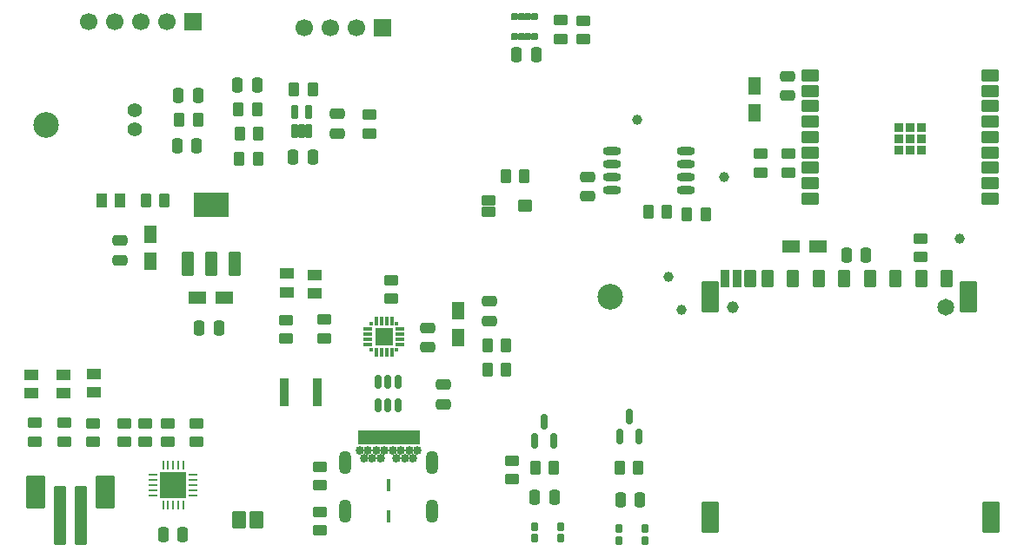
<source format=gbr>
%TF.GenerationSoftware,KiCad,Pcbnew,9.0.2*%
%TF.CreationDate,2025-06-28T16:23:08+05:30*%
%TF.ProjectId,ESP32 PCB,45535033-3220-4504-9342-2e6b69636164,rev?*%
%TF.SameCoordinates,Original*%
%TF.FileFunction,Soldermask,Top*%
%TF.FilePolarity,Negative*%
%FSLAX46Y46*%
G04 Gerber Fmt 4.6, Leading zero omitted, Abs format (unit mm)*
G04 Created by KiCad (PCBNEW 9.0.2) date 2025-06-28 16:23:08*
%MOMM*%
%LPD*%
G01*
G04 APERTURE LIST*
G04 Aperture macros list*
%AMRoundRect*
0 Rectangle with rounded corners*
0 $1 Rounding radius*
0 $2 $3 $4 $5 $6 $7 $8 $9 X,Y pos of 4 corners*
0 Add a 4 corners polygon primitive as box body*
4,1,4,$2,$3,$4,$5,$6,$7,$8,$9,$2,$3,0*
0 Add four circle primitives for the rounded corners*
1,1,$1+$1,$2,$3*
1,1,$1+$1,$4,$5*
1,1,$1+$1,$6,$7*
1,1,$1+$1,$8,$9*
0 Add four rect primitives between the rounded corners*
20,1,$1+$1,$2,$3,$4,$5,0*
20,1,$1+$1,$4,$5,$6,$7,0*
20,1,$1+$1,$6,$7,$8,$9,0*
20,1,$1+$1,$8,$9,$2,$3,0*%
G04 Aperture macros list end*
%ADD10O,1.804000X0.804000*%
%ADD11R,1.800000X1.800000*%
%ADD12R,0.900000X0.300000*%
%ADD13R,0.400000X0.400000*%
%ADD14R,0.300000X0.900000*%
%ADD15RoundRect,0.250000X0.450000X-0.262500X0.450000X0.262500X-0.450000X0.262500X-0.450000X-0.262500X0*%
%ADD16C,1.000000*%
%ADD17RoundRect,0.250000X-0.250000X-0.475000X0.250000X-0.475000X0.250000X0.475000X-0.250000X0.475000X0*%
%ADD18RoundRect,0.102000X-0.275000X-0.285000X0.275000X-0.285000X0.275000X0.285000X-0.275000X0.285000X0*%
%ADD19R,1.000000X1.400000*%
%ADD20RoundRect,0.102000X-0.150000X-0.600000X0.150000X-0.600000X0.150000X0.600000X-0.150000X0.600000X0*%
%ADD21C,0.854000*%
%ADD22RoundRect,0.102000X-0.100000X-0.500000X0.100000X-0.500000X0.100000X0.500000X-0.100000X0.500000X0*%
%ADD23O,1.254000X2.304000*%
%ADD24RoundRect,0.250000X0.250000X0.475000X-0.250000X0.475000X-0.250000X-0.475000X0.250000X-0.475000X0*%
%ADD25RoundRect,0.250000X0.262500X0.450000X-0.262500X0.450000X-0.262500X-0.450000X0.262500X-0.450000X0*%
%ADD26R,1.700000X1.700000*%
%ADD27C,1.700000*%
%ADD28R,1.400000X1.000000*%
%ADD29R,1.230000X1.800000*%
%ADD30R,0.910000X2.810000*%
%ADD31RoundRect,0.250000X0.475000X-0.250000X0.475000X0.250000X-0.475000X0.250000X-0.475000X-0.250000X0*%
%ADD32RoundRect,0.250000X-0.262500X-0.450000X0.262500X-0.450000X0.262500X0.450000X-0.262500X0.450000X0*%
%ADD33RoundRect,0.102000X-0.600000X-0.735000X0.600000X-0.735000X0.600000X0.735000X-0.600000X0.735000X0*%
%ADD34RoundRect,0.102000X0.475000X-1.075000X0.475000X1.075000X-0.475000X1.075000X-0.475000X-1.075000X0*%
%ADD35RoundRect,0.102000X1.625000X-1.075000X1.625000X1.075000X-1.625000X1.075000X-1.625000X-1.075000X0*%
%ADD36C,2.500000*%
%ADD37RoundRect,0.102000X-0.500000X-2.750000X0.500000X-2.750000X0.500000X2.750000X-0.500000X2.750000X0*%
%ADD38RoundRect,0.102000X-0.800000X-1.500000X0.800000X-1.500000X0.800000X1.500000X-0.800000X1.500000X0*%
%ADD39R,1.800000X1.230000*%
%ADD40RoundRect,0.250000X-0.450000X0.262500X-0.450000X-0.262500X0.450000X-0.262500X0.450000X0.262500X0*%
%ADD41RoundRect,0.062500X0.350000X0.062500X-0.350000X0.062500X-0.350000X-0.062500X0.350000X-0.062500X0*%
%ADD42RoundRect,0.062500X0.062500X0.350000X-0.062500X0.350000X-0.062500X-0.350000X0.062500X-0.350000X0*%
%ADD43R,2.500000X2.500000*%
%ADD44RoundRect,0.102000X-0.550000X-0.400000X0.550000X-0.400000X0.550000X0.400000X-0.550000X0.400000X0*%
%ADD45RoundRect,0.102000X-0.550000X-0.500000X0.550000X-0.500000X0.550000X0.500000X-0.550000X0.500000X0*%
%ADD46RoundRect,0.150000X0.150000X-0.587500X0.150000X0.587500X-0.150000X0.587500X-0.150000X-0.587500X0*%
%ADD47RoundRect,0.150000X-0.150000X0.512500X-0.150000X-0.512500X0.150000X-0.512500X0.150000X0.512500X0*%
%ADD48RoundRect,0.081750X0.245250X-0.265250X0.245250X0.265250X-0.245250X0.265250X-0.245250X-0.265250X0*%
%ADD49RoundRect,0.250000X-0.475000X0.250000X-0.475000X-0.250000X0.475000X-0.250000X0.475000X0.250000X0*%
%ADD50C,1.412000*%
%ADD51RoundRect,0.102000X-0.750000X-0.450000X0.750000X-0.450000X0.750000X0.450000X-0.750000X0.450000X0*%
%ADD52RoundRect,0.102000X-0.350000X-0.350000X0.350000X-0.350000X0.350000X0.350000X-0.350000X0.350000X0*%
%ADD53RoundRect,0.151000X0.151000X-0.546000X0.151000X0.546000X-0.151000X0.546000X-0.151000X-0.546000X0*%
%ADD54C,1.150000*%
%ADD55C,1.650000*%
%ADD56RoundRect,0.102000X-0.500000X-0.750000X0.500000X-0.750000X0.500000X0.750000X-0.500000X0.750000X0*%
%ADD57RoundRect,0.102000X-0.350000X-0.750000X0.350000X-0.750000X0.350000X0.750000X-0.350000X0.750000X0*%
%ADD58RoundRect,0.102000X-0.750000X-1.400000X0.750000X-1.400000X0.750000X1.400000X-0.750000X1.400000X0*%
G04 APERTURE END LIST*
D10*
%TO.C,U4*%
X212175000Y-100020000D03*
X212175000Y-101290000D03*
X212175000Y-102560000D03*
X212175000Y-103830000D03*
X204975000Y-103830000D03*
X204975000Y-102560000D03*
X204975000Y-101290000D03*
X204975000Y-100020000D03*
%TD*%
D11*
%TO.C,U3*%
X182750000Y-118150000D03*
D12*
X181200000Y-118900000D03*
X181200000Y-118400000D03*
X181200000Y-117900000D03*
X181200000Y-117400000D03*
D13*
X181500000Y-116900000D03*
D14*
X182000000Y-116600000D03*
X182500000Y-116600000D03*
X183000000Y-116600000D03*
X183500000Y-116600000D03*
D13*
X184000000Y-116900000D03*
D12*
X184300000Y-117400000D03*
X184300000Y-117900000D03*
X184300000Y-118400000D03*
X184300000Y-118900000D03*
D13*
X184000000Y-119400000D03*
D14*
X183500000Y-119700000D03*
X183000000Y-119700000D03*
X182500000Y-119700000D03*
X182000000Y-119700000D03*
D13*
X181500000Y-119400000D03*
%TD*%
D15*
%TO.C,R5*%
X154375000Y-128412500D03*
X154375000Y-126587500D03*
%TD*%
D16*
%TO.C,TP4*%
X215875000Y-102575000D03*
%TD*%
D17*
%TO.C,C15*%
X195650000Y-90675000D03*
X197550000Y-90675000D03*
%TD*%
D18*
%TO.C,S1*%
X205650000Y-136870000D03*
X208200000Y-136870000D03*
X205650000Y-138030000D03*
X208200000Y-138030000D03*
%TD*%
D19*
%TO.C,LED4*%
X157025000Y-104860000D03*
X155225000Y-104860000D03*
%TD*%
D20*
%TO.C,J1*%
X180450000Y-128015000D03*
X180950000Y-128015000D03*
X181450000Y-128015000D03*
X181950000Y-128015000D03*
X182450000Y-128015000D03*
X182950000Y-128015000D03*
X183450000Y-128015000D03*
X183950000Y-128015000D03*
X184450000Y-128015000D03*
X184950000Y-128015000D03*
X185450000Y-128015000D03*
X185950000Y-128015000D03*
D21*
X186000000Y-129265000D03*
X185600000Y-129975000D03*
X184800000Y-129975000D03*
X184400000Y-129265000D03*
X184000000Y-129975000D03*
X183600000Y-129265000D03*
X182800000Y-129265000D03*
X182400000Y-129975000D03*
X182000000Y-129265000D03*
X181600000Y-129975000D03*
X180800000Y-129975000D03*
X180400000Y-129265000D03*
X185200000Y-129265000D03*
X181200000Y-129265000D03*
D22*
X183200000Y-132595000D03*
X183200000Y-135695000D03*
D23*
X178930000Y-130415000D03*
X187470000Y-130415000D03*
X178930000Y-135145000D03*
X187470000Y-135145000D03*
%TD*%
D24*
%TO.C,C14*%
X229675000Y-110175000D03*
X227775000Y-110175000D03*
%TD*%
D25*
%TO.C,R29*%
X199312500Y-130950000D03*
X197487500Y-130950000D03*
%TD*%
D15*
%TO.C,R18*%
X235000000Y-110375000D03*
X235000000Y-108550000D03*
%TD*%
D26*
%TO.C,J4*%
X182630000Y-88000000D03*
D27*
X180090000Y-88000000D03*
X177550000Y-88000000D03*
X175010000Y-88000000D03*
%TD*%
D28*
%TO.C,LED2*%
X151500000Y-123650000D03*
X151500000Y-121850000D03*
%TD*%
D24*
%TO.C,C20*%
X199350000Y-133850000D03*
X197450000Y-133850000D03*
%TD*%
D29*
%TO.C,C13*%
X218865000Y-93700000D03*
X218865000Y-96320000D03*
%TD*%
D30*
%TO.C,F1*%
X176245000Y-123575000D03*
X173005000Y-123575000D03*
%TD*%
D25*
%TO.C,R1X1*%
X214087500Y-106225000D03*
X212262500Y-106225000D03*
%TD*%
D28*
%TO.C,LED1*%
X148425000Y-123650000D03*
X148425000Y-121850000D03*
%TD*%
D31*
%TO.C,C9*%
X187000000Y-119175000D03*
X187000000Y-117275000D03*
%TD*%
D25*
%TO.C,R6*%
X161375000Y-104860000D03*
X159550000Y-104860000D03*
%TD*%
D15*
%TO.C,R31*%
X195200000Y-132062500D03*
X195200000Y-130237500D03*
%TD*%
D24*
%TO.C,C19*%
X207675000Y-134050000D03*
X205775000Y-134050000D03*
%TD*%
D29*
%TO.C,C3*%
X160000000Y-108190000D03*
X160000000Y-110810000D03*
%TD*%
D24*
%TO.C,C21*%
X170375000Y-93625000D03*
X168475000Y-93625000D03*
%TD*%
D29*
%TO.C,C8*%
X190000000Y-115640000D03*
X190000000Y-118260000D03*
%TD*%
D32*
%TO.C,R27*%
X194587500Y-102500000D03*
X196412500Y-102500000D03*
%TD*%
D15*
%TO.C,R16*%
X173225000Y-118350000D03*
X173225000Y-116525000D03*
%TD*%
D25*
%TO.C,R14*%
X210312500Y-106000000D03*
X208487500Y-106000000D03*
%TD*%
D33*
%TO.C,FB1*%
X168640000Y-136000000D03*
X170360000Y-136000000D03*
%TD*%
D34*
%TO.C,VR1*%
X163625000Y-111060000D03*
X165925000Y-111060000D03*
X168225000Y-111060000D03*
D35*
X165925000Y-105260000D03*
%TD*%
D17*
%TO.C,C18*%
X173900000Y-100610000D03*
X175800000Y-100610000D03*
%TD*%
D31*
%TO.C,C5*%
X188500000Y-124750000D03*
X188500000Y-122850000D03*
%TD*%
D25*
%TO.C,R25*%
X170525000Y-98325000D03*
X168700000Y-98325000D03*
%TD*%
D15*
%TO.C,R15*%
X176925000Y-118312500D03*
X176925000Y-116487500D03*
%TD*%
D32*
%TO.C,R30*%
X205712500Y-130950000D03*
X207537500Y-130950000D03*
%TD*%
%TO.C,R22*%
X174000000Y-94000000D03*
X175825000Y-94000000D03*
%TD*%
D36*
%TO.C,REF\u002A\u002A*%
X204750000Y-114250000D03*
%TD*%
D37*
%TO.C,J3*%
X151200000Y-135600000D03*
X153200000Y-135600000D03*
D38*
X148800000Y-133350000D03*
X155600000Y-133350000D03*
%TD*%
D39*
%TO.C,C12*%
X225025000Y-109375000D03*
X222405000Y-109375000D03*
%TD*%
D15*
%TO.C,R17*%
X219425000Y-102150000D03*
X219425000Y-100325000D03*
%TD*%
D39*
%TO.C,C2*%
X167170000Y-114385000D03*
X164550000Y-114385000D03*
%TD*%
D15*
%TO.C,R9*%
X159500000Y-128412500D03*
X159500000Y-126587500D03*
%TD*%
%TO.C,R28*%
X181350000Y-98337500D03*
X181350000Y-96512500D03*
%TD*%
D40*
%TO.C,R2*%
X176470000Y-130832500D03*
X176470000Y-132657500D03*
%TD*%
D41*
%TO.C,U1*%
X164162500Y-133612500D03*
X164162500Y-133112500D03*
X164162500Y-132612500D03*
X164162500Y-132112500D03*
X164162500Y-131612500D03*
D42*
X163225000Y-130675000D03*
X162725000Y-130675000D03*
X162225000Y-130675000D03*
X161725000Y-130675000D03*
X161225000Y-130675000D03*
D41*
X160287500Y-131612500D03*
X160287500Y-132112500D03*
X160287500Y-132612500D03*
X160287500Y-133112500D03*
X160287500Y-133612500D03*
D42*
X161225000Y-134550000D03*
X161725000Y-134550000D03*
X162225000Y-134550000D03*
X162725000Y-134550000D03*
X163225000Y-134550000D03*
D43*
X162225000Y-132612500D03*
%TD*%
D15*
%TO.C,R8*%
X164500000Y-128412500D03*
X164500000Y-126587500D03*
%TD*%
D28*
%TO.C,LED6*%
X176000000Y-113962500D03*
X176000000Y-112162500D03*
%TD*%
D44*
%TO.C,Q1*%
X192970000Y-104825000D03*
X192970000Y-105925000D03*
D45*
X196480000Y-105375000D03*
%TD*%
D25*
%TO.C,R26*%
X170412500Y-96000000D03*
X168587500Y-96000000D03*
%TD*%
D46*
%TO.C,Q2*%
X197400000Y-128325000D03*
X199300000Y-128325000D03*
X198350000Y-126450000D03*
%TD*%
D36*
%TO.C,REF\u002A\u002A*%
X149800000Y-97475000D03*
%TD*%
D28*
%TO.C,LED3*%
X154475000Y-123600000D03*
X154475000Y-121800000D03*
%TD*%
D24*
%TO.C,C16*%
X164625000Y-94600000D03*
X162725000Y-94600000D03*
%TD*%
D17*
%TO.C,C6*%
X161225000Y-137500000D03*
X163125000Y-137500000D03*
%TD*%
D40*
%TO.C,R19*%
X222115000Y-100312500D03*
X222115000Y-102137500D03*
%TD*%
%TO.C,R21*%
X199975000Y-87287500D03*
X199975000Y-89112500D03*
%TD*%
D25*
%TO.C,R24*%
X170462500Y-100775000D03*
X168637500Y-100775000D03*
%TD*%
D47*
%TO.C,U2*%
X184100000Y-122537500D03*
X183150000Y-122537500D03*
X182200000Y-122537500D03*
X182200000Y-124812500D03*
X183150000Y-124812500D03*
X184100000Y-124812500D03*
%TD*%
D17*
%TO.C,C22*%
X162600000Y-99500000D03*
X164500000Y-99500000D03*
%TD*%
D16*
%TO.C,TP5*%
X207450000Y-97025000D03*
%TD*%
D48*
%TO.C,U6*%
X195475000Y-86955000D03*
X196125000Y-86955000D03*
X196775000Y-86955000D03*
X197425000Y-86955000D03*
X197425000Y-88895000D03*
X196775000Y-88895000D03*
X196125000Y-88895000D03*
X195475000Y-88895000D03*
%TD*%
D49*
%TO.C,C4*%
X157025000Y-108800000D03*
X157025000Y-110700000D03*
%TD*%
D16*
%TO.C,TP2*%
X238850000Y-108600000D03*
%TD*%
D26*
%TO.C,J5*%
X164125000Y-87450000D03*
D27*
X161585000Y-87450000D03*
X159045000Y-87450000D03*
X156505000Y-87450000D03*
X153965000Y-87450000D03*
%TD*%
D50*
%TO.C,MK1*%
X158500000Y-96050000D03*
X158500000Y-97950000D03*
%TD*%
D15*
%TO.C,R1*%
X176520000Y-137057500D03*
X176520000Y-135232500D03*
%TD*%
D40*
%TO.C,R20*%
X202175000Y-87300000D03*
X202175000Y-89125000D03*
%TD*%
D15*
%TO.C,R4*%
X151625000Y-128375000D03*
X151625000Y-126550000D03*
%TD*%
D16*
%TO.C,TP1*%
X210425000Y-112300000D03*
%TD*%
D15*
%TO.C,R10*%
X157475000Y-128425000D03*
X157475000Y-126600000D03*
%TD*%
D31*
%TO.C,C17*%
X178200000Y-98325000D03*
X178200000Y-96425000D03*
%TD*%
D49*
%TO.C,C10*%
X202575000Y-102575000D03*
X202575000Y-104475000D03*
%TD*%
D46*
%TO.C,Q3*%
X205675000Y-127862500D03*
X207575000Y-127862500D03*
X206625000Y-125987500D03*
%TD*%
D25*
%TO.C,R23*%
X164650000Y-97000000D03*
X162825000Y-97000000D03*
%TD*%
D31*
%TO.C,C11*%
X222090000Y-94650000D03*
X222090000Y-92750000D03*
%TD*%
D24*
%TO.C,C1*%
X166650000Y-117285000D03*
X164750000Y-117285000D03*
%TD*%
D51*
%TO.C,U5*%
X224300000Y-92675000D03*
X224300000Y-94175000D03*
X224300000Y-95675000D03*
X224300000Y-97175000D03*
X224300000Y-98675000D03*
X224300000Y-100175000D03*
X224300000Y-101675000D03*
X224300000Y-103175000D03*
X224300000Y-104675000D03*
X241800000Y-104675000D03*
X241800000Y-103175000D03*
X241800000Y-101675000D03*
X241800000Y-100175000D03*
X241800000Y-98675000D03*
X241800000Y-97175000D03*
X241800000Y-95675000D03*
X241800000Y-94175000D03*
X241800000Y-92675000D03*
D52*
X232910000Y-97775000D03*
X234010000Y-97775000D03*
X235110000Y-97775000D03*
X232910000Y-98875000D03*
X234010000Y-98875000D03*
X235110000Y-98875000D03*
X232910000Y-99975000D03*
X234010000Y-99975000D03*
X235110000Y-99975000D03*
%TD*%
D49*
%TO.C,C7*%
X193050000Y-114700000D03*
X193050000Y-116600000D03*
%TD*%
D15*
%TO.C,R7*%
X161725000Y-128437500D03*
X161725000Y-126612500D03*
%TD*%
%TO.C,R3*%
X148725000Y-128387500D03*
X148725000Y-126562500D03*
%TD*%
D25*
%TO.C,R11*%
X194637500Y-121375000D03*
X192812500Y-121375000D03*
%TD*%
D28*
%TO.C,LED5*%
X173275000Y-113812500D03*
X173275000Y-112012500D03*
%TD*%
D53*
%TO.C,U7*%
X174075000Y-98120000D03*
X174725000Y-98120000D03*
X175375000Y-98120000D03*
X175375000Y-96200000D03*
X174075000Y-96200000D03*
%TD*%
D16*
%TO.C,TP3*%
X211750000Y-115550000D03*
%TD*%
D18*
%TO.C,S2*%
X197425000Y-136670000D03*
X199975000Y-136670000D03*
X197425000Y-137830000D03*
X199975000Y-137830000D03*
%TD*%
D40*
%TO.C,R13*%
X183475000Y-112637500D03*
X183475000Y-114462500D03*
%TD*%
D32*
%TO.C,R12*%
X192812500Y-118975000D03*
X194637500Y-118975000D03*
%TD*%
D54*
%TO.C,Jx1*%
X216700000Y-115250000D03*
D55*
X237500000Y-115250000D03*
D56*
X235075000Y-112450000D03*
X232575000Y-112450000D03*
X230075000Y-112450000D03*
X227575000Y-112450000D03*
X225075000Y-112450000D03*
X222575000Y-112450000D03*
X220150000Y-112450000D03*
X218450000Y-112450000D03*
X237575000Y-112450000D03*
D57*
X217150000Y-112450000D03*
D58*
X214550000Y-114250000D03*
X239650000Y-114250000D03*
X241850000Y-135750000D03*
X214550000Y-135750000D03*
D57*
X215950000Y-112450000D03*
%TD*%
M02*

</source>
